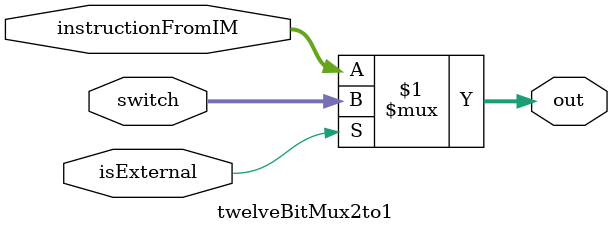
<source format=sv>
`timescale 1ns / 1ps
module twelveBitMux2to1( input logic [11:0] switch, instructionFromIM, 
input logic isExternal, output logic [11:0] out );

assign out = isExternal ? switch:instructionFromIM;

endmodule

</source>
